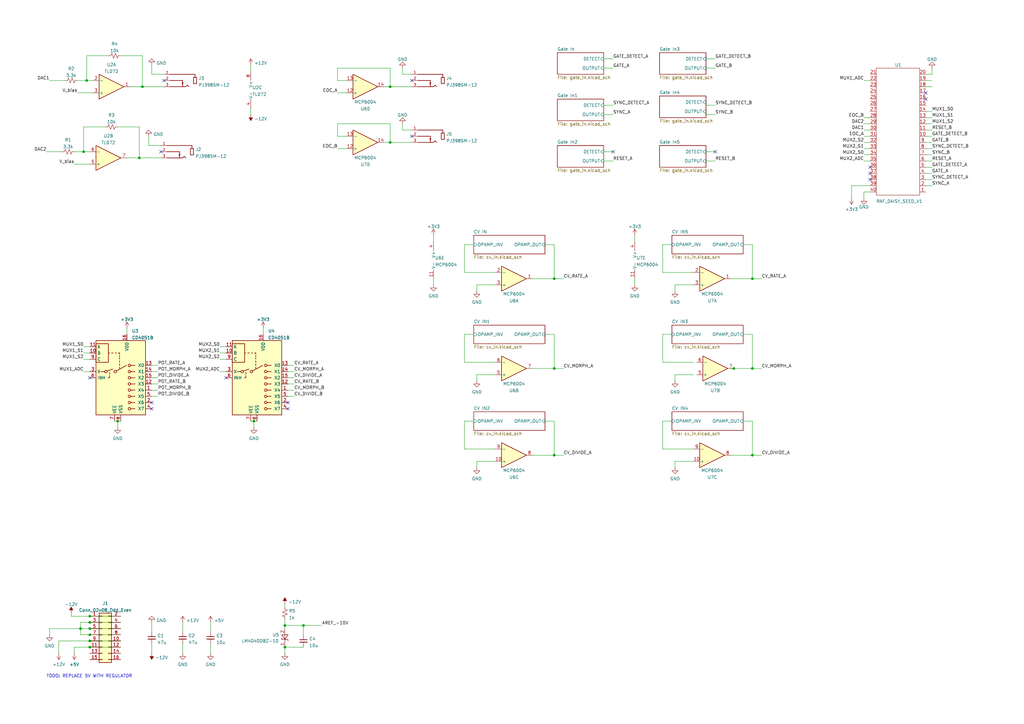
<source format=kicad_sch>
(kicad_sch (version 20211123) (generator eeschema)
  (paper "A3")
  (lib_symbols
    (symbol "Amplifier_Operational:MCP6004" (pin_names (offset 0.127))
      (property "Reference" "U" (at 0 5.08 0))
      (property "Value" "MCP6004" (at 0 -5.08 0))
      (symbol "MCP6004_1_1"
        (polyline (pts (xy -5.08 5.08) (xy 5.08 0) (xy -5.08 -5.08) (xy -5.08 5.08)) (stroke (width 0.254)) (fill (type background)))
        (pin output line (at 7.62 0 180) (length 2.54) (name "~") (number "1"))
        (pin input line (at -7.62 -2.54 0) (length 2.54) (name "-") (number "2"))
        (pin input line (at -7.62 2.54 0) (length 2.54) (name "+") (number "3"))
      )
      (symbol "MCP6004_2_1"
        (polyline (pts (xy -5.08 5.08) (xy 5.08 0) (xy -5.08 -5.08) (xy -5.08 5.08)) (stroke (width 0.254)) (fill (type background)))
        (pin input line (at -7.62 2.54 0) (length 2.54) (name "+") (number "5"))
        (pin input line (at -7.62 -2.54 0) (length 2.54) (name "-") (number "6"))
        (pin output line (at 7.62 0 180) (length 2.54) (name "~") (number "7"))
      )
      (symbol "MCP6004_3_1"
        (polyline (pts (xy -5.08 5.08) (xy 5.08 0) (xy -5.08 -5.08) (xy -5.08 5.08)) (stroke (width 0.254)) (fill (type background)))
        (pin input line (at -7.62 2.54 0) (length 2.54) (name "+") (number "10"))
        (pin output line (at 7.62 0 180) (length 2.54) (name "~") (number "8"))
        (pin input line (at -7.62 -2.54 0) (length 2.54) (name "-") (number "9"))
      )
      (symbol "MCP6004_4_1"
        (polyline (pts (xy -5.08 5.08) (xy 5.08 0) (xy -5.08 -5.08) (xy -5.08 5.08)) (stroke (width 0.254)) (fill (type background)))
        (pin input line (at -7.62 2.54 0) (length 2.54) (name "+") (number "12"))
        (pin input line (at -7.62 -2.54 0) (length 2.54) (name "-") (number "13"))
        (pin output line (at 7.62 0 180) (length 2.54) (name "~") (number "14"))
      )
      (symbol "MCP6004_5_1"
        (pin power_in line (at -2.54 -7.62 90) (length 3.81) (name "V-") (number "11"))
        (pin power_in line (at -2.54 7.62 270) (length 3.81) (name "V+") (number "4"))
      )
    )
    (symbol "Amplifier_Operational:TL072" (pin_names (offset 0.127))
      (property "Reference" "U" (at 0 5.08 0))
      (property "Value" "TL072" (at 0 -5.08 0))
      (symbol "TL072_1_1"
        (polyline (pts (xy -5.08 5.08) (xy 5.08 0) (xy -5.08 -5.08) (xy -5.08 5.08)) (stroke (width 0.254)) (fill (type background)))
        (pin output line (at 7.62 0 180) (length 2.54) (name "~") (number "1"))
        (pin input line (at -7.62 -2.54 0) (length 2.54) (name "-") (number "2"))
        (pin input line (at -7.62 2.54 0) (length 2.54) (name "+") (number "3"))
      )
      (symbol "TL072_2_1"
        (polyline (pts (xy -5.08 5.08) (xy 5.08 0) (xy -5.08 -5.08) (xy -5.08 5.08)) (stroke (width 0.254)) (fill (type background)))
        (pin input line (at -7.62 2.54 0) (length 2.54) (name "+") (number "5"))
        (pin input line (at -7.62 -2.54 0) (length 2.54) (name "-") (number "6"))
        (pin output line (at 7.62 0 180) (length 2.54) (name "~") (number "7"))
      )
      (symbol "TL072_3_1"
        (pin power_in line (at -2.54 -7.62 90) (length 3.81) (name "V-") (number "4"))
        (pin power_in line (at -2.54 7.62 270) (length 3.81) (name "V+") (number "8"))
      )
    )
    (symbol "Analog_Switch:CD4051B"
      (property "Reference" "U" (at -10.16 16.51 0))
      (property "Value" "CD4051B" (at 3.81 16.51 0))
      (symbol "CD4051B_0_1"
        (rectangle (start -10.16 6.35) (end -5.08 13.97) (stroke (width 0.254)))
        (rectangle (start -10.16 15.24) (end 10.16 -15.24) (stroke (width 0.254)) (fill (type background)))
        (circle (center -6.096 2.54) (radius 0.508) (stroke (width 0.254)))
        (circle (center -2.286 2.54) (radius 0.508) (stroke (width 0.254)))
        (polyline (pts (xy -8.128 2.54) (xy -6.604 2.54)) (stroke (width 0.254)))
        (polyline (pts (xy -5.588 2.794) (xy -3.302 3.556)) (stroke (width 0.254)))
        (polyline (pts (xy -4.572 0) (xy -5.207 0)) (stroke (width 0.254)))
        (polyline (pts (xy -4.572 0.254) (xy -4.572 0.889)) (stroke (width 0.254)))
        (polyline (pts (xy -4.572 1.524) (xy -4.572 2.159)) (stroke (width 0.254)))
        (polyline (pts (xy -4.572 10.16) (xy -5.08 10.16)) (stroke (width 0.254)))
        (polyline (pts (xy -3.81 10.16) (xy -3.175 10.16)) (stroke (width 0.254)))
        (polyline (pts (xy -1.778 2.794) (xy 2.286 5.08)) (stroke (width 0.254)))
        (polyline (pts (xy -1.778 10.16) (xy -2.286 10.16)) (stroke (width 0.254)))
        (polyline (pts (xy -0.508 3.81) (xy -0.508 4.445)) (stroke (width 0.254)))
        (polyline (pts (xy -0.508 5.08) (xy -0.508 5.715)) (stroke (width 0.254)))
        (polyline (pts (xy -0.508 6.35) (xy -0.508 6.985)) (stroke (width 0.254)))
        (polyline (pts (xy -0.508 7.62) (xy -0.508 8.255)) (stroke (width 0.254)))
        (polyline (pts (xy -0.508 8.636) (xy -0.508 9.144)) (stroke (width 0.254)))
        (polyline (pts (xy -0.508 9.652) (xy -0.508 10.16)) (stroke (width 0.254)))
        (polyline (pts (xy -0.508 10.16) (xy -1.016 10.16)) (stroke (width 0.254)))
        (polyline (pts (xy 4.064 -12.7) (xy 5.842 -12.7)) (stroke (width 0.254)))
        (polyline (pts (xy 4.064 -10.16) (xy 5.842 -10.16)) (stroke (width 0.254)))
        (polyline (pts (xy 4.064 -7.62) (xy 5.842 -7.62)) (stroke (width 0.254)))
        (polyline (pts (xy 4.064 -5.08) (xy 5.842 -5.08)) (stroke (width 0.254)))
        (polyline (pts (xy 4.064 -2.54) (xy 5.842 -2.54)) (stroke (width 0.254)))
        (polyline (pts (xy 4.064 0) (xy 5.842 0)) (stroke (width 0.254)))
        (polyline (pts (xy 4.064 2.54) (xy 5.842 2.54)) (stroke (width 0.254)))
        (polyline (pts (xy 4.064 5.08) (xy 5.842 5.08)) (stroke (width 0.254)))
        (circle (center 3.556 -12.7) (radius 0.508) (stroke (width 0.254)))
        (circle (center 3.556 -10.16) (radius 0.508) (stroke (width 0.254)))
        (circle (center 3.556 -7.62) (radius 0.508) (stroke (width 0.254)))
        (circle (center 3.556 -5.08) (radius 0.508) (stroke (width 0.254)))
        (circle (center 3.556 -2.54) (radius 0.508) (stroke (width 0.254)))
        (circle (center 3.556 0) (radius 0.508) (stroke (width 0.254)))
        (circle (center 3.556 2.54) (radius 0.508) (stroke (width 0.254)))
        (circle (center 3.556 5.08) (radius 0.508) (stroke (width 0.254)))
      )
      (symbol "CD4051B_1_1"
        (pin bidirectional line (at 12.7 -5.08 180) (length 2.54) (name "X4") (number "1"))
        (pin input line (at -12.7 10.16 0) (length 2.54) (name "B") (number "10"))
        (pin input line (at -12.7 12.7 0) (length 2.54) (name "A") (number "11"))
        (pin bidirectional line (at 12.7 -2.54 180) (length 2.54) (name "X3") (number "12"))
        (pin bidirectional line (at 12.7 5.08 180) (length 2.54) (name "X0") (number "13"))
        (pin bidirectional line (at 12.7 2.54 180) (length 2.54) (name "X1") (number "14"))
        (pin bidirectional line (at 12.7 0 180) (length 2.54) (name "X2") (number "15"))
        (pin power_in line (at 2.54 17.78 270) (length 2.54) (name "VDD") (number "16"))
        (pin bidirectional line (at 12.7 -10.16 180) (length 2.54) (name "X6") (number "2"))
        (pin bidirectional line (at -12.7 2.54 0) (length 2.54) (name "X") (number "3"))
        (pin bidirectional line (at 12.7 -12.7 180) (length 2.54) (name "X7") (number "4"))
        (pin bidirectional line (at 12.7 -7.62 180) (length 2.54) (name "X5") (number "5"))
        (pin input line (at -12.7 0 0) (length 2.54) (name "INH") (number "6"))
        (pin power_in line (at -2.54 -17.78 90) (length 2.54) (name "VEE") (number "7"))
        (pin power_in line (at 0 -17.78 90) (length 2.54) (name "VSS") (number "8"))
        (pin input line (at -12.7 7.62 0) (length 2.54) (name "C") (number "9"))
      )
    )
    (symbol "Connector_Generic:Conn_02x08_Odd_Even" (pin_names (offset 1.016) hide)
      (property "Reference" "J" (at 1.27 10.16 0))
      (property "Value" "Conn_02x08_Odd_Even" (at 1.27 -12.7 0))
      (symbol "Conn_02x08_Odd_Even_1_1"
        (rectangle (start -1.27 -10.033) (end 0 -10.287) (stroke (width 0.1524)))
        (rectangle (start -1.27 -7.493) (end 0 -7.747) (stroke (width 0.1524)))
        (rectangle (start -1.27 -4.953) (end 0 -5.207) (stroke (width 0.1524)))
        (rectangle (start -1.27 -2.413) (end 0 -2.667) (stroke (width 0.1524)))
        (rectangle (start -1.27 0.127) (end 0 -0.127) (stroke (width 0.1524)))
        (rectangle (start -1.27 2.667) (end 0 2.413) (stroke (width 0.1524)))
        (rectangle (start -1.27 5.207) (end 0 4.953) (stroke (width 0.1524)))
        (rectangle (start -1.27 7.747) (end 0 7.493) (stroke (width 0.1524)))
        (rectangle (start -1.27 8.89) (end 3.81 -11.43) (stroke (width 0.254)) (fill (type background)))
        (rectangle (start 3.81 -10.033) (end 2.54 -10.287) (stroke (width 0.1524)))
        (rectangle (start 3.81 -7.493) (end 2.54 -7.747) (stroke (width 0.1524)))
        (rectangle (start 3.81 -4.953) (end 2.54 -5.207) (stroke (width 0.1524)))
        (rectangle (start 3.81 -2.413) (end 2.54 -2.667) (stroke (width 0.1524)))
        (rectangle (start 3.81 0.127) (end 2.54 -0.127) (stroke (width 0.1524)))
        (rectangle (start 3.81 2.667) (end 2.54 2.413) (stroke (width 0.1524)))
        (rectangle (start 3.81 5.207) (end 2.54 4.953) (stroke (width 0.1524)))
        (rectangle (start 3.81 7.747) (end 2.54 7.493) (stroke (width 0.1524)))
        (pin passive line (at -5.08 7.62 0) (length 3.81) (name "Pin_1") (number "1"))
        (pin passive line (at 7.62 -2.54 180) (length 3.81) (name "Pin_10") (number "10"))
        (pin passive line (at -5.08 -5.08 0) (length 3.81) (name "Pin_11") (number "11"))
        (pin passive line (at 7.62 -5.08 180) (length 3.81) (name "Pin_12") (number "12"))
        (pin passive line (at -5.08 -7.62 0) (length 3.81) (name "Pin_13") (number "13"))
        (pin passive line (at 7.62 -7.62 180) (length 3.81) (name "Pin_14") (number "14"))
        (pin passive line (at -5.08 -10.16 0) (length 3.81) (name "Pin_15") (number "15"))
        (pin passive line (at 7.62 -10.16 180) (length 3.81) (name "Pin_16") (number "16"))
        (pin passive line (at 7.62 7.62 180) (length 3.81) (name "Pin_2") (number "2"))
        (pin passive line (at -5.08 5.08 0) (length 3.81) (name "Pin_3") (number "3"))
        (pin passive line (at 7.62 5.08 180) (length 3.81) (name "Pin_4") (number "4"))
        (pin passive line (at -5.08 2.54 0) (length 3.81) (name "Pin_5") (number "5"))
        (pin passive line (at 7.62 2.54 180) (length 3.81) (name "Pin_6") (number "6"))
        (pin passive line (at -5.08 0 0) (length 3.81) (name "Pin_7") (number "7"))
        (pin passive line (at 7.62 0 180) (length 3.81) (name "Pin_8") (number "8"))
        (pin passive line (at -5.08 -2.54 0) (length 3.81) (name "Pin_9") (number "9"))
      )
    )
    (symbol "Device:C_Small" (pin_numbers hide) (pin_names (offset 0.254) hide)
      (property "Reference" "C" (at 0.254 1.778 0))
      (property "Value" "C_Small" (at 0.254 -2.032 0))
      (symbol "C_Small_0_1"
        (polyline (pts (xy -1.524 -0.508) (xy 1.524 -0.508)) (stroke (width 0.3302)))
        (polyline (pts (xy -1.524 0.508) (xy 1.524 0.508)) (stroke (width 0.3048)))
      )
      (symbol "C_Small_1_1"
        (pin passive line (at 0 2.54 270) (length 2.032) (name "~") (number "1"))
        (pin passive line (at 0 -2.54 90) (length 2.032) (name "~") (number "2"))
      )
    )
    (symbol "Device:R_Small_US" (pin_numbers hide) (pin_names (offset 0.254) hide)
      (property "Reference" "R" (at 0.762 0.508 0))
      (property "Value" "R_Small_US" (at 0.762 -1.016 0))
      (symbol "R_Small_US_1_1"
        (polyline (pts (xy 0 0) (xy 1.016 -0.381) (xy 0 -0.762) (xy -1.016 -1.143) (xy 0 -1.524)))
        (polyline (pts (xy 0 1.524) (xy 1.016 1.143) (xy 0 0.762) (xy -1.016 0.381) (xy 0 0)))
        (pin passive line (at 0 2.54 270) (length 1.016) (name "~") (number "1"))
        (pin passive line (at 0 -2.54 90) (length 1.016) (name "~") (number "2"))
      )
    )
    (symbol "PJ398SM-12:PJ398SM-12" (pin_names (offset 1.016) hide)
      (property "Reference" "J" (at -5.08 2.54 0))
      (property "Value" "PJ398SM-12" (at -5.08 -8.89 0))
      (symbol "PJ398SM-12_0_0"
        (polyline (pts (xy -5.715 -3.81) (xy -5.715 -1.27)) (stroke (width 0.254)))
        (polyline (pts (xy -5.715 -1.27) (xy -5.08 -1.27)) (stroke (width 0.254)))
        (polyline (pts (xy -5.08 -1.27) (xy -4.445 -1.27)) (stroke (width 0.254)))
        (polyline (pts (xy -5.08 0) (xy -5.08 -1.27)) (stroke (width 0.254)))
        (polyline (pts (xy -4.445 -3.81) (xy -5.715 -3.81)) (stroke (width 0.254)))
        (polyline (pts (xy -4.445 -1.27) (xy -4.445 -3.81)) (stroke (width 0.254)))
        (polyline (pts (xy -1.905 -4.445) (xy -2.54 -5.08)) (stroke (width 0.254)))
        (polyline (pts (xy -1.27 -5.08) (xy -1.905 -4.445)) (stroke (width 0.254)))
        (polyline (pts (xy 0 -2.54) (xy 0 -5.08)) (stroke (width 0.254)))
        (polyline (pts (xy 0 -2.54) (xy 5.08 -2.54)) (stroke (width 0.254)))
        (polyline (pts (xy 5.08 -5.08) (xy -1.27 -5.08)) (stroke (width 0.254)))
        (polyline (pts (xy 5.08 0) (xy -5.08 0)) (stroke (width 0.254)))
        (polyline (pts (xy 0 -4.318) (xy 0.254 -3.556) (xy -0.254 -3.556)) (stroke (width 0.254)) (fill (type background)))
        (pin passive line (at 7.62 0 180) (length 2.54) (name "~") (number "1"))
        (pin passive line (at 7.62 -2.54 180) (length 2.54) (name "~") (number "2"))
        (pin passive line (at 7.62 -5.08 180) (length 2.54) (name "~") (number "3"))
      )
    )
    (symbol "Reference_Voltage:LM4040DBZ-10" (pin_names (offset 0.0254) hide)
      (property "Reference" "U" (at 0 2.54 0))
      (property "Value" "LM4040DBZ-10" (at 0 -3.175 0))
      (symbol "LM4040DBZ-10_0_1"
        (polyline (pts (xy -1.27 0) (xy 0 0) (xy 1.27 0)))
        (polyline (pts (xy -1.27 -1.27) (xy 0.635 0) (xy -1.27 1.27) (xy -1.27 -1.27)) (stroke (width 0.2032)))
        (polyline (pts (xy 0 -1.27) (xy 0.635 -1.27) (xy 0.635 1.27) (xy 1.27 1.27)) (stroke (width 0.2032)))
      )
      (symbol "LM4040DBZ-10_1_1"
        (pin passive line (at 3.81 0 180) (length 2.54) (name "K") (number "1"))
        (pin passive line (at -3.81 0 0) (length 2.54) (name "A") (number "2"))
      )
    )
    (symbol "lowstepper_internal_lib:RAF_DAISY_SEED_V1"
      (property "Reference" "U" (at 0 27.94 0))
      (property "Value" "RAF_DAISY_SEED_V1" (at 0 -27.94 0))
      (symbol "RAF_DAISY_SEED_V1_0_1"
        (rectangle (start -8.89 26.67) (end 8.89 -25.4) (stroke (width 0.1524)))
      )
      (symbol "RAF_DAISY_SEED_V1_1_1"
        (pin unspecified line (at 11.43 -24.13 180) (length 2.54) (name "") (number "1"))
        (pin unspecified line (at 11.43 -1.27 180) (length 2.54) (name "") (number "10"))
        (pin unspecified line (at 11.43 1.27 180) (length 2.54) (name "") (number "11"))
        (pin unspecified line (at 11.43 3.81 180) (length 2.54) (name "") (number "12"))
        (pin unspecified line (at 11.43 6.35 180) (length 2.54) (name "") (number "13"))
        (pin unspecified line (at 11.43 8.89 180) (length 2.54) (name "") (number "14"))
        (pin unspecified line (at 11.43 11.43 180) (length 2.54) (name "") (number "15"))
        (pin unspecified line (at 11.43 13.97 180) (length 2.54) (name "") (number "16"))
        (pin unspecified line (at 11.43 16.51 180) (length 2.54) (name "") (number "17"))
        (pin unspecified line (at 11.43 19.05 180) (length 2.54) (name "") (number "18"))
        (pin unspecified line (at 11.43 21.59 180) (length 2.54) (name "") (number "19"))
        (pin unspecified line (at 11.43 -21.59 180) (length 2.54) (name "") (number "2"))
        (pin unspecified line (at 11.43 24.13 180) (length 2.54) (name "") (number "20"))
        (pin unspecified line (at -11.43 24.13 0) (length 2.54) (name "") (number "21"))
        (pin unspecified line (at -11.43 21.59 0) (length 2.54) (name "") (number "22"))
        (pin unspecified line (at -11.43 19.05 0) (length 2.54) (name "") (number "23"))
        (pin unspecified line (at -11.43 16.51 0) (length 2.54) (name "") (number "24"))
        (pin unspecified line (at -11.43 13.97 0) (length 2.54) (name "") (number "25"))
        (pin unspecified line (at -11.43 11.43 0) (length 2.54) (name "") (number "26"))
        (pin unspecified line (at -11.43 8.89 0) (length 2.54) (name "") (number "27"))
        (pin unspecified line (at -11.43 6.35 0) (length 2.54) (name "") (number "28"))
        (pin unspecified line (at -11.43 3.81 0) (length 2.54) (name "") (number "29"))
        (pin unspecified line (at 11.43 -19.05 180) (length 2.54) (name "") (number "3"))
        (pin unspecified line (at -11.43 1.27 0) (length 2.54) (name "") (number "30"))
        (pin unspecified line (at -11.43 -1.27 0) (length 2.54) (name "") (number "31"))
        (pin unspecified line (at -11.43 -3.81 0) (length 2.54) (name "") (number "32"))
        (pin unspecified line (at -11.43 -6.35 0) (length 2.54) (name "") (number "33"))
        (pin unspecified line (at -11.43 -8.89 0) (length 2.54) (name "") (number "34"))
        (pin unspecified line (at -11.43 -11.43 0) (length 2.54) (name "") (number "35"))
        (pin unspecified line (at -11.43 -13.97 0) (length 2.54) (name "") (number "36"))
        (pin unspecified line (at -11.43 -16.51 0) (length 2.54) (name "") (number "37"))
        (pin unspecified line (at -11.43 -19.05 0) (length 2.54) (name "") (number "38"))
        (pin unspecified line (at -11.43 -21.59 0) (length 2.54) (name "") (number "39"))
        (pin unspecified line (at 11.43 -16.51 180) (length 2.54) (name "") (number "4"))
        (pin unspecified line (at -11.43 -24.13 0) (length 2.54) (name "") (number "40"))
        (pin unspecified line (at 11.43 -13.97 180) (length 2.54) (name "") (number "5"))
        (pin unspecified line (at 11.43 -11.43 180) (length 2.54) (name "") (number "6"))
        (pin unspecified line (at 11.43 -8.89 180) (length 2.54) (name "") (number "7"))
        (pin unspecified line (at 11.43 -6.35 180) (length 2.54) (name "") (number "8"))
        (pin unspecified line (at 11.43 -3.81 180) (length 2.54) (name "") (number "9"))
      )
    )
    (symbol "power:+12V" (power) (pin_names (offset 0))
      (property "Value" "+12V" (at 0 3.556 0))
      (symbol "+12V_0_1"
        (polyline (pts (xy -0.762 1.27) (xy 0 2.54)))
        (polyline (pts (xy 0 0) (xy 0 2.54)))
        (polyline (pts (xy 0 2.54) (xy 0.762 1.27)))
      )
      (symbol "+12V_1_1"
        (pin power_in line (at 0 0 90) (length 0) hide (name "+12V") (number "1"))
      )
    )
    (symbol "power:+3V3" (power) (pin_names (offset 0))
      (property "Value" "+3V3" (at 0 3.556 0))
      (symbol "+3V3_0_1"
        (polyline (pts (xy -0.762 1.27) (xy 0 2.54)))
        (polyline (pts (xy 0 0) (xy 0 2.54)))
        (polyline (pts (xy 0 2.54) (xy 0.762 1.27)))
      )
      (symbol "+3V3_1_1"
        (pin power_in line (at 0 0 90) (length 0) hide (name "+3V3") (number "1"))
      )
    )
    (symbol "power:+5V" (power) (pin_names (offset 0))
      (property "Value" "+5V" (at 0 3.556 0))
      (symbol "+5V_0_1"
        (polyline (pts (xy -0.762 1.27) (xy 0 2.54)))
        (polyline (pts (xy 0 0) (xy 0 2.54)))
        (polyline (pts (xy 0 2.54) (xy 0.762 1.27)))
      )
      (symbol "+5V_1_1"
        (pin power_in line (at 0 0 90) (length 0) hide (name "+5V") (number "1"))
      )
    )
    (symbol "power:-12V" (power) (pin_names (offset 0))
      (property "Value" "-12V" (at 0 3.81 0))
      (symbol "-12V_0_0"
        (pin power_in line (at 0 0 90) (length 0) hide (name "-12V") (number "1"))
      )
      (symbol "-12V_0_1"
        (polyline (pts (xy 0 0) (xy 0 1.27) (xy 0.762 1.27) (xy 0 2.54) (xy -0.762 1.27) (xy 0 1.27)) (fill (type outline)))
      )
    )
    (symbol "power:GND" (power) (pin_names (offset 0))
      (property "Value" "GND" (at 0 -3.81 0))
      (symbol "GND_0_1"
        (polyline (pts (xy 0 0) (xy 0 -1.27) (xy 1.27 -1.27) (xy 0 -2.54) (xy -1.27 -1.27) (xy 0 -1.27)))
      )
      (symbol "GND_1_1"
        (pin power_in line (at 0 0 270) (length 0) hide (name "GND") (number "1"))
      )
    )
  )
  (junction (at 227.33 186.69))
  (junction (at 35.56 33.02))
  (junction (at 33.02 257.81))
  (junction (at 116.84 265.43))
  (junction (at 308.61 151.13))
  (junction (at 308.61 114.3))
  (junction (at 48.26 172.72))
  (junction (at 124.46 256.54))
  (junction (at 57.15 64.77))
  (junction (at 58.42 35.56))
  (junction (at 104.14 172.72))
  (junction (at 227.33 114.3))
  (junction (at 36.83 260.35))
  (junction (at 34.29 62.23))
  (junction (at 160.02 58.42))
  (junction (at 308.61 186.69))
  (junction (at 160.02 35.56))
  (junction (at 227.33 151.13))
  (junction (at 36.83 257.81))
  (junction (at 36.83 262.89))
  (junction (at 300.99 151.13))
  (junction (at 36.83 265.43))
  (junction (at 116.84 256.54))
  (junction (at 36.83 252.73))
  (junction (at 36.83 255.27))
  (no_connect (at 379.73 40.64))
  (no_connect (at 356.87 68.58))
  (no_connect (at 251.46 62.23))
  (no_connect (at 66.04 62.23))
  (no_connect (at 356.87 73.66))
  (no_connect (at 67.31 33.02))
  (no_connect (at 356.87 71.12))
  (no_connect (at 36.83 154.94))
  (no_connect (at 293.37 62.23))
  (no_connect (at 118.11 165.1))
  (no_connect (at 62.23 165.1))
  (no_connect (at 92.71 154.94))
  (no_connect (at 168.91 33.02))
  (no_connect (at 168.91 55.88))
  (no_connect (at 62.23 167.64))
  (no_connect (at 379.73 38.1))
  (no_connect (at 118.11 167.64))
  (wire (pts (xy 247.65 66.04) (xy 251.46 66.04)))
  (wire (pts (xy 120.65 160.02) (xy 118.11 160.02)))
  (wire (pts (xy 116.84 265.43) (xy 116.84 267.97)))
  (wire (pts (xy 168.91 53.34) (xy 165.1 53.34)))
  (wire (pts (xy 227.33 151.13) (xy 231.14 151.13)))
  (wire (pts (xy 289.56 24.13) (xy 293.37 24.13)))
  (wire (pts (xy 276.86 191.77) (xy 276.86 189.23)))
  (wire (pts (xy 49.53 22.86) (xy 58.42 22.86)))
  (wire (pts (xy 379.73 35.56) (xy 382.27 35.56)))
  (wire (pts (xy 138.43 33.02) (xy 138.43 27.94)))
  (wire (pts (xy 195.58 189.23) (xy 203.2 189.23)))
  (wire (pts (xy 86.36 264.16) (xy 86.36 267.97)))
  (wire (pts (xy 308.61 137.16) (xy 304.8 137.16)))
  (wire (pts (xy 36.83 262.89) (xy 49.53 262.89)))
  (wire (pts (xy 356.87 55.88) (xy 354.33 55.88)))
  (wire (pts (xy 118.11 162.56) (xy 120.65 162.56)))
  (wire (pts (xy 31.75 33.02) (xy 35.56 33.02)))
  (wire (pts (xy 349.25 76.2) (xy 349.25 81.28)))
  (wire (pts (xy 160.02 58.42) (xy 168.91 58.42)))
  (wire (pts (xy 92.71 152.4) (xy 90.17 152.4)))
  (wire (pts (xy 227.33 151.13) (xy 227.33 137.16)))
  (wire (pts (xy 382.27 50.8) (xy 379.73 50.8)))
  (wire (pts (xy 289.56 66.04) (xy 293.37 66.04)))
  (wire (pts (xy 195.58 116.84) (xy 203.2 116.84)))
  (wire (pts (xy 157.48 58.42) (xy 160.02 58.42)))
  (wire (pts (xy 379.73 68.58) (xy 382.27 68.58)))
  (wire (pts (xy 195.58 153.67) (xy 203.2 153.67)))
  (wire (pts (xy 247.65 24.13) (xy 251.46 24.13)))
  (wire (pts (xy 35.56 22.86) (xy 44.45 22.86)))
  (wire (pts (xy 227.33 114.3) (xy 231.14 114.3)))
  (wire (pts (xy 289.56 43.18) (xy 293.37 43.18)))
  (wire (pts (xy 62.23 154.94) (xy 64.77 154.94)))
  (wire (pts (xy 33.02 257.81) (xy 36.83 257.81)))
  (wire (pts (xy 218.44 151.13) (xy 227.33 151.13)))
  (wire (pts (xy 379.73 63.5) (xy 382.27 63.5)))
  (wire (pts (xy 190.5 148.59) (xy 203.2 148.59)))
  (wire (pts (xy 74.93 264.16) (xy 74.93 267.97)))
  (wire (pts (xy 382.27 45.72) (xy 379.73 45.72)))
  (wire (pts (xy 102.87 44.45) (xy 102.87 46.99)))
  (wire (pts (xy 92.71 144.78) (xy 90.17 144.78)))
  (wire (pts (xy 138.43 27.94) (xy 160.02 27.94)))
  (wire (pts (xy 227.33 186.69) (xy 227.33 172.72)))
  (wire (pts (xy 36.83 257.81) (xy 49.53 257.81)))
  (wire (pts (xy 276.86 153.67) (xy 284.48 153.67)))
  (wire (pts (xy 62.23 30.48) (xy 67.31 30.48)))
  (wire (pts (xy 356.87 60.96) (xy 354.33 60.96)))
  (wire (pts (xy 157.48 35.56) (xy 160.02 35.56)))
  (wire (pts (xy 227.33 186.69) (xy 231.14 186.69)))
  (wire (pts (xy 142.24 33.02) (xy 138.43 33.02)))
  (wire (pts (xy 271.78 184.15) (xy 284.48 184.15)))
  (wire (pts (xy 177.8 96.52) (xy 177.8 99.06)))
  (wire (pts (xy 289.56 62.23) (xy 293.37 62.23)))
  (wire (pts (xy 382.27 33.02) (xy 379.73 33.02)))
  (wire (pts (xy 64.77 152.4) (xy 62.23 152.4)))
  (wire (pts (xy 271.78 137.16) (xy 271.78 148.59)))
  (wire (pts (xy 104.14 172.72) (xy 104.14 175.26)))
  (wire (pts (xy 29.21 252.73) (xy 36.83 252.73)))
  (wire (pts (xy 247.65 46.99) (xy 251.46 46.99)))
  (wire (pts (xy 142.24 55.88) (xy 138.43 55.88)))
  (wire (pts (xy 260.35 116.84) (xy 260.35 114.3)))
  (wire (pts (xy 289.56 46.99) (xy 293.37 46.99)))
  (wire (pts (xy 30.48 265.43) (xy 36.83 265.43)))
  (wire (pts (xy 165.1 50.8) (xy 165.1 53.34)))
  (wire (pts (xy 124.46 256.54) (xy 124.46 260.35)))
  (wire (pts (xy 356.87 50.8) (xy 354.33 50.8)))
  (wire (pts (xy 195.58 156.21) (xy 195.58 153.67)))
  (wire (pts (xy 354.33 58.42) (xy 356.87 58.42)))
  (wire (pts (xy 247.65 27.94) (xy 251.46 27.94)))
  (wire (pts (xy 379.73 53.34) (xy 382.27 53.34)))
  (wire (pts (xy 271.78 148.59) (xy 284.48 148.59)))
  (wire (pts (xy 53.34 35.56) (xy 58.42 35.56)))
  (wire (pts (xy 289.56 27.94) (xy 293.37 27.94)))
  (wire (pts (xy 116.84 265.43) (xy 124.46 265.43)))
  (wire (pts (xy 356.87 76.2) (xy 349.25 76.2)))
  (wire (pts (xy 354.33 63.5) (xy 356.87 63.5)))
  (wire (pts (xy 308.61 100.33) (xy 304.8 100.33)))
  (wire (pts (xy 107.95 134.62) (xy 107.95 137.16)))
  (wire (pts (xy 60.96 59.69) (xy 66.04 59.69)))
  (wire (pts (xy 57.15 52.07) (xy 57.15 64.77)))
  (wire (pts (xy 354.33 53.34) (xy 356.87 53.34)))
  (wire (pts (xy 308.61 186.69) (xy 308.61 172.72)))
  (wire (pts (xy 218.44 186.69) (xy 227.33 186.69)))
  (wire (pts (xy 36.83 144.78) (xy 34.29 144.78)))
  (wire (pts (xy 260.35 96.52) (xy 260.35 99.06)))
  (wire (pts (xy 308.61 151.13) (xy 312.42 151.13)))
  (wire (pts (xy 86.36 255.27) (xy 86.36 259.08)))
  (wire (pts (xy 160.02 50.8) (xy 160.02 58.42)))
  (wire (pts (xy 275.59 137.16) (xy 271.78 137.16)))
  (wire (pts (xy 57.15 64.77) (xy 66.04 64.77)))
  (wire (pts (xy 271.78 172.72) (xy 271.78 184.15)))
  (wire (pts (xy 138.43 38.1) (xy 142.24 38.1)))
  (wire (pts (xy 247.65 62.23) (xy 251.46 62.23)))
  (wire (pts (xy 48.26 172.72) (xy 49.53 172.72)))
  (wire (pts (xy 52.07 64.77) (xy 57.15 64.77)))
  (wire (pts (xy 34.29 62.23) (xy 36.83 62.23)))
  (wire (pts (xy 227.33 137.16) (xy 223.52 137.16)))
  (wire (pts (xy 29.21 252.73) (xy 29.21 251.46)))
  (wire (pts (xy 52.07 134.62) (xy 52.07 137.16)))
  (wire (pts (xy 20.32 257.81) (xy 33.02 257.81)))
  (wire (pts (xy 271.78 100.33) (xy 271.78 111.76)))
  (wire (pts (xy 227.33 114.3) (xy 227.33 100.33)))
  (wire (pts (xy 116.84 256.54) (xy 116.84 257.81)))
  (wire (pts (xy 165.1 27.94) (xy 165.1 30.48)))
  (wire (pts (xy 116.84 247.65) (xy 116.84 248.92)))
  (wire (pts (xy 308.61 186.69) (xy 312.42 186.69)))
  (wire (pts (xy 33.02 255.27) (xy 33.02 257.81)))
  (wire (pts (xy 194.31 100.33) (xy 190.5 100.33)))
  (wire (pts (xy 354.33 78.74) (xy 354.33 81.28)))
  (wire (pts (xy 90.17 142.24) (xy 92.71 142.24)))
  (wire (pts (xy 90.17 147.32) (xy 92.71 147.32)))
  (wire (pts (xy 379.73 71.12) (xy 382.27 71.12)))
  (wire (pts (xy 58.42 22.86) (xy 58.42 35.56)))
  (wire (pts (xy 48.26 172.72) (xy 48.26 175.26)))
  (wire (pts (xy 195.58 191.77) (xy 195.58 189.23)))
  (wire (pts (xy 382.27 30.48) (xy 382.27 27.94)))
  (wire (pts (xy 308.61 172.72) (xy 304.8 172.72)))
  (wire (pts (xy 36.83 265.43) (xy 49.53 265.43)))
  (wire (pts (xy 190.5 184.15) (xy 203.2 184.15)))
  (wire (pts (xy 118.11 154.94) (xy 120.65 154.94)))
  (wire (pts (xy 35.56 33.02) (xy 38.1 33.02)))
  (wire (pts (xy 356.87 78.74) (xy 354.33 78.74)))
  (wire (pts (xy 116.84 256.54) (xy 124.46 256.54)))
  (wire (pts (xy 102.87 172.72) (xy 104.14 172.72)))
  (wire (pts (xy 276.86 189.23) (xy 284.48 189.23)))
  (wire (pts (xy 168.91 30.48) (xy 165.1 30.48)))
  (wire (pts (xy 271.78 111.76) (xy 284.48 111.76)))
  (wire (pts (xy 118.11 157.48) (xy 120.65 157.48)))
  (wire (pts (xy 379.73 73.66) (xy 382.27 73.66)))
  (wire (pts (xy 308.61 114.3) (xy 308.61 100.33)))
  (wire (pts (xy 227.33 100.33) (xy 223.52 100.33)))
  (wire (pts (xy 33.02 260.35) (xy 36.83 260.35)))
  (wire (pts (xy 34.29 147.32) (xy 36.83 147.32)))
  (wire (pts (xy 194.31 137.16) (xy 190.5 137.16)))
  (wire (pts (xy 124.46 256.54) (xy 132.08 256.54)))
  (wire (pts (xy 299.72 151.13) (xy 300.99 151.13)))
  (wire (pts (xy 177.8 116.84) (xy 177.8 114.3)))
  (wire (pts (xy 36.83 260.35) (xy 49.53 260.35)))
  (wire (pts (xy 116.84 254) (xy 116.84 256.54)))
  (wire (pts (xy 190.5 172.72) (xy 190.5 184.15)))
  (wire (pts (xy 160.02 35.56) (xy 168.91 35.56)))
  (wire (pts (xy 138.43 55.88) (xy 138.43 50.8)))
  (wire (pts (xy 379.73 55.88) (xy 382.27 55.88)))
  (wire (pts (xy 46.99 172.72) (xy 48.26 172.72)))
  (wire (pts (xy 34.29 62.23) (xy 34.29 52.07)))
  (wire (pts (xy 102.87 26.67) (xy 102.87 29.21)))
  (wire (pts (xy 120.65 152.4) (xy 118.11 152.4)))
  (wire (pts (xy 31.75 38.1) (xy 38.1 38.1)))
  (wire (pts (xy 275.59 100.33) (xy 271.78 100.33)))
  (wire (pts (xy 30.48 267.97) (xy 30.48 265.43)))
  (wire (pts (xy 379.73 58.42) (xy 382.27 58.42)))
  (wire (pts (xy 160.02 27.94) (xy 160.02 35.56)))
  (wire (pts (xy 48.26 52.07) (xy 57.15 52.07)))
  (wire (pts (xy 299.72 114.3) (xy 308.61 114.3)))
  (wire (pts (xy 60.96 55.88) (xy 60.96 59.69)))
  (wire (pts (xy 379.73 66.04) (xy 382.27 66.04)))
  (wire (pts (xy 62.23 157.48) (xy 64.77 157.48)))
  (wire (pts (xy 276.86 119.38) (xy 276.86 116.84)))
  (wire (pts (xy 62.23 255.27) (xy 62.23 259.08)))
  (wire (pts (xy 138.43 50.8) (xy 160.02 50.8)))
  (wire (pts (xy 247.65 43.18) (xy 251.46 43.18)))
  (wire (pts (xy 118.11 149.86) (xy 120.65 149.86)))
  (wire (pts (xy 356.87 66.04) (xy 354.33 66.04)))
  (wire (pts (xy 20.32 260.35) (xy 20.32 257.81)))
  (wire (pts (xy 36.83 152.4) (xy 34.29 152.4)))
  (wire (pts (xy 34.29 142.24) (xy 36.83 142.24)))
  (wire (pts (xy 62.23 264.16) (xy 62.23 267.97)))
  (wire (pts (xy 36.83 255.27) (xy 49.53 255.27)))
  (wire (pts (xy 62.23 149.86) (xy 64.77 149.86)))
  (wire (pts (xy 227.33 172.72) (xy 223.52 172.72)))
  (wire (pts (xy 194.31 172.72) (xy 190.5 172.72)))
  (wire (pts (xy 33.02 255.27) (xy 36.83 255.27)))
  (wire (pts (xy 35.56 33.02) (xy 35.56 22.86)))
  (wire (pts (xy 300.99 151.13) (xy 308.61 151.13)))
  (wire (pts (xy 308.61 114.3) (xy 312.42 114.3)))
  (wire (pts (xy 299.72 186.69) (xy 308.61 186.69)))
  (wire (pts (xy 276.86 156.21) (xy 276.86 153.67)))
  (wire (pts (xy 138.43 60.96) (xy 142.24 60.96)))
  (wire (pts (xy 34.29 52.07) (xy 43.18 52.07)))
  (wire (pts (xy 379.73 76.2) (xy 382.27 76.2)))
  (wire (pts (xy 218.44 114.3) (xy 227.33 114.3)))
  (wire (pts (xy 74.93 255.27) (xy 74.93 259.08)))
  (wire (pts (xy 379.73 60.96) (xy 382.27 60.96)))
  (wire (pts (xy 308.61 151.13) (xy 308.61 137.16)))
  (wire (pts (xy 379.73 30.48) (xy 382.27 30.48)))
  (wire (pts (xy 24.13 262.89) (xy 24.13 267.97)))
  (wire (pts (xy 30.48 67.31) (xy 36.83 67.31)))
  (wire (pts (xy 62.23 162.56) (xy 64.77 162.56)))
  (wire (pts (xy 379.73 48.26) (xy 382.27 48.26)))
  (wire (pts (xy 276.86 116.84) (xy 284.48 116.84)))
  (wire (pts (xy 354.33 48.26) (xy 356.87 48.26)))
  (wire (pts (xy 36.83 252.73) (xy 49.53 252.73)))
  (wire (pts (xy 36.83 262.89) (xy 24.13 262.89)))
  (wire (pts (xy 33.02 257.81) (xy 33.02 260.35)))
  (wire (pts (xy 275.59 172.72) (xy 271.78 172.72)))
  (wire (pts (xy 190.5 111.76) (xy 203.2 111.76)))
  (wire (pts (xy 20.32 33.02) (xy 26.67 33.02)))
  (wire (pts (xy 64.77 160.02) (xy 62.23 160.02)))
  (wire (pts (xy 190.5 137.16) (xy 190.5 148.59)))
  (wire (pts (xy 190.5 100.33) (xy 190.5 111.76)))
  (wire (pts (xy 19.05 62.23) (xy 25.4 62.23)))
  (wire (pts (xy 104.14 172.72) (xy 105.41 172.72)))
  (wire (pts (xy 58.42 35.56) (xy 67.31 35.56)))
  (wire (pts (xy 356.87 33.02) (xy 354.33 33.02)))
  (wire (pts (xy 62.23 26.67) (xy 62.23 30.48)))
  (wire (pts (xy 30.48 62.23) (xy 34.29 62.23)))
  (wire (pts (xy 195.58 119.38) (xy 195.58 116.84)))
  (text "TODO: REPLACE 5V WITH REGULATOR\n" (at 19.05 278.13 0) (effects (font (size 1.27 1.27)) (justify left bottom)))
  (label "POT_MORPH_B" (at 64.77 160.02 0))
  (label "GATE_DETECT_A" (at 251.46 24.13 0))
  (label "CV_RATE_A" (at 231.14 114.3 0))
  (label "SYNC_DETECT_A" (at 251.46 43.18 0))
  (label "CV_MORPH_B" (at 120.65 160.02 0))
  (label "V_bias" (at 30.48 67.31 180))
  (label "CV_DIVIDE_A" (at 312.42 186.69 0))
  (label "POT_DIVIDE_B" (at 64.77 162.56 0))
  (label "SYNC_DETECT_B" (at 293.37 43.18 0))
  (label "RESET_B" (at 293.37 66.04 0))
  (label "CV_MORPH_A" (at 231.14 151.13 0))
  (label "POT_DIVIDE_A" (at 64.77 154.94 0))
  (label "GATE_B" (at 382.27 58.42 0))
  (label "CV_DIVIDE_B" (at 120.65 162.56 0))
  (label "EOC_B" (at 354.33 48.26 180))
  (label "MUX2_S1" (at 354.33 60.96 180))
  (label "MUX2_S0" (at 354.33 63.5 180))
  (label "CV_MORPH_A" (at 120.65 152.4 0))
  (label "MUX1_S2" (at 382.27 50.8 0))
  (label "CV_MORPH_A" (at 312.42 151.13 0))
  (label "MUX2_ADC" (at 90.17 152.4 180))
  (label "MUX2_ADC" (at 354.33 66.04 180))
  (label "MUX1_S2" (at 34.29 147.32 180))
  (label "RESET_A" (at 382.27 66.04 0))
  (label "POT_RATE_B" (at 64.77 157.48 0))
  (label "MUX1_S0" (at 34.29 142.24 180))
  (label "DAC2" (at 354.33 50.8 180))
  (label "RESET_A" (at 251.46 66.04 0))
  (label "SYNC_A" (at 251.46 46.99 0))
  (label "RESET_B" (at 382.27 53.34 0))
  (label "GATE_B" (at 293.37 27.94 0))
  (label "GATE_DETECT_A" (at 382.27 68.58 0))
  (label "CV_RATE_A" (at 312.42 114.3 0))
  (label "SYNC_A" (at 382.27 76.2 0))
  (label "EOC_A" (at 354.33 55.88 180))
  (label "V_bias" (at 31.75 38.1 180))
  (label "DAC2" (at 19.05 62.23 180))
  (label "DAC1" (at 354.33 53.34 180))
  (label "GATE_DETECT_B" (at 382.27 55.88 0))
  (label "GATE_A" (at 251.46 27.94 0))
  (label "SYNC_DETECT_A" (at 382.27 73.66 0))
  (label "DAC1" (at 20.32 33.02 180))
  (label "GATE_DETECT_B" (at 293.37 24.13 0))
  (label "CV_RATE_A" (at 120.65 149.86 0))
  (label "MUX1_ADC" (at 34.29 152.4 180))
  (label "GATE_A" (at 382.27 71.12 0))
  (label "SYNC_DETECT_B" (at 382.27 60.96 0))
  (label "MUX1_ADC" (at 354.33 33.02 180))
  (label "EOC_B" (at 138.43 60.96 180))
  (label "CV_RATE_B" (at 120.65 157.48 0))
  (label "MUX2_S1" (at 90.17 144.78 180))
  (label "MUX1_S1" (at 34.29 144.78 180))
  (label "SYNC_B" (at 293.37 46.99 0))
  (label "POT_MORPH_A" (at 64.77 152.4 0))
  (label "CV_DIVIDE_A" (at 231.14 186.69 0))
  (label "MUX1_S1" (at 382.27 48.26 0))
  (label "EOC_A" (at 138.43 38.1 180))
  (label "CV_DIVIDE_A" (at 120.65 154.94 0))
  (label "MUX1_S0" (at 382.27 45.72 0))
  (label "MUX2_S2" (at 354.33 58.42 180))
  (label "MUX2_S0" (at 90.17 142.24 180))
  (label "MUX2_S2" (at 90.17 147.32 180))
  (label "AREF_-10V" (at 132.08 256.54 0))
  (label "POT_RATE_A" (at 64.77 149.86 0))
  (label "SYNC_B" (at 382.27 63.5 0))
  (symbol (lib_id "PJ398SM-12:PJ398SM-12") (at 176.53 53.34 0) (mirror y) (unit 1)
    (property "Reference" "J5" (at 183.007 54.9715 0) (effects (justify right)))
    (property "Value" "PJ398SM-12" (at 183.007 57.7466 0) (effects (justify right)))
    (property "Footprint" "THONK_PJ398SM-12" (effects hide))
    (property "MAXIMUM_PACKAGE_HEIGHT" "14.5 mm" (effects hide))
    (property "MANUFACTURER" "Thonk" (effects hide))
    (property "PARTREV" "1" (effects hide))
    (property "STANDARD" "Manufacturer Recommendations" (effects hide))
  )
  (symbol (lib_id "Device:R_Small_US") (at 45.72 52.07 90) (unit 1)
    (property "Reference" "R3" (at 45.72 47.2145 90))
    (property "Value" "10k" (at 45.72 49.9896 90))
  )
  (symbol (lib_id "PJ398SM-12:PJ398SM-12") (at 73.66 59.69 0) (mirror y) (unit 1)
    (property "Reference" "J2" (at 80.137 61.3215 0) (effects (justify right)))
    (property "Value" "PJ398SM-12" (at 80.137 64.0966 0) (effects (justify right)))
    (property "Footprint" "THONK_PJ398SM-12" (effects hide))
    (property "MAXIMUM_PACKAGE_HEIGHT" "14.5 mm" (effects hide))
    (property "MANUFACTURER" "Thonk" (effects hide))
    (property "PARTREV" "1" (effects hide))
    (property "STANDARD" "Manufacturer Recommendations" (effects hide))
  )
  (symbol (lib_id "power:+3V3") (at 107.95 134.62 0) (unit 1)
    (property "Reference" "#PWR0131" (effects hide))
    (property "Value" "+3V3" (at 107.95 131.0155 0))
  )
  (symbol (lib_id "Device:C_Small") (at 86.36 261.62 0) (unit 1)
    (property "Reference" "C3" (at 88.6841 260.7178 0) (effects (justify left)))
    (property "Value" "10u" (at 88.6841 263.4929 0) (effects (justify left)))
  )
  (symbol (lib_id "power:GND") (at 165.1 50.8 180) (unit 1)
    (property "Reference" "#PWR0104" (effects hide))
    (property "Value" "GND" (at 165.1 47.1955 0))
  )
  (symbol (lib_id "lowstepper_internal_lib:RAF_DAISY_SEED_V1") (at 368.3 54.61 0) (unit 1)
    (property "Reference" "U1" (at 367.03 26.67 0) (effects (justify left)))
    (property "Value" "RAF_DAISY_SEED_V1" (at 359.41 82.55 0) (effects (justify left)))
  )
  (symbol (lib_id "power:+12V") (at 102.87 26.67 0) (unit 1)
    (property "Reference" "#PWR0128" (effects hide))
    (property "Value" "+12V" (at 104.267 25.879 0) (effects (justify left)))
  )
  (symbol (lib_id "power:GND") (at 86.36 267.97 0) (unit 1)
    (property "Reference" "#PWR0119" (effects hide))
    (property "Value" "GND" (at 86.36 272.5325 0))
  )
  (symbol (lib_id "power:+3V3") (at 177.8 96.52 0) (unit 1)
    (property "Reference" "#PWR0106" (effects hide))
    (property "Value" "+3V3" (at 177.8 92.9155 0))
  )
  (symbol (lib_id "Amplifier_Operational:TL072") (at 44.45 64.77 0) (mirror x) (unit 2)
    (property "Reference" "U2" (at 44.45 55.7235 0))
    (property "Value" "TL072" (at 44.45 58.4986 0))
    (property "Datasheet" "http://www.ti.com/lit/ds/symlink/tl071.pdf" (effects hide))
  )
  (symbol (lib_id "Amplifier_Operational:MCP6004") (at 292.1 186.69 0) (mirror x) (unit 3)
    (property "Reference" "U7" (at 292.1 195.7365 0))
    (property "Value" "MCP6004" (at 292.1 192.9614 0))
    (property "Datasheet" "http://ww1.microchip.com/downloads/en/DeviceDoc/21733j.pdf" (effects hide))
  )
  (symbol (lib_id "power:-12V") (at 62.23 267.97 180) (unit 1)
    (property "Reference" "#PWR0116" (effects hide))
    (property "Value" "-12V" (at 63.627 269.719 0) (effects (justify right)))
  )
  (symbol (lib_id "power:GND") (at 62.23 255.27 180) (unit 1)
    (property "Reference" "#PWR0117" (effects hide))
    (property "Value" "GND" (at 64.135 254.479 0) (effects (justify right)))
  )
  (symbol (lib_id "Amplifier_Operational:TL072") (at 105.41 36.83 0) (unit 3)
    (property "Reference" "U2" (at 103.505 35.9215 0) (effects (justify left)))
    (property "Value" "TL072" (at 103.505 38.6966 0) (effects (justify left)))
    (property "Datasheet" "http://www.ti.com/lit/ds/symlink/tl071.pdf" (effects hide))
  )
  (symbol (lib_id "power:+12V") (at 24.13 267.97 180) (unit 1)
    (property "Reference" "#PWR0125" (effects hide))
    (property "Value" "+12V" (at 24.13 272.5325 0))
  )
  (symbol (lib_id "Amplifier_Operational:MCP6004") (at 180.34 106.68 0) (unit 5)
    (property "Reference" "U6" (at 178.435 105.7715 0) (effects (justify left)))
    (property "Value" "MCP6004" (at 178.435 108.5466 0) (effects (justify left)))
    (property "Datasheet" "http://ww1.microchip.com/downloads/en/DeviceDoc/21733j.pdf" (effects hide))
  )
  (symbol (lib_id "power:GND") (at 382.27 27.94 180) (unit 1)
    (property "Reference" "#PWR0105" (effects hide))
    (property "Value" "GND" (at 382.27 24.3355 0))
  )
  (symbol (lib_id "Amplifier_Operational:MCP6004") (at 293.37 151.13 0) (mirror x) (unit 2)
    (property "Reference" "U7" (at 293.37 160.1765 0))
    (property "Value" "MCP6004" (at 293.37 157.4014 0))
    (property "Datasheet" "http://ww1.microchip.com/downloads/en/DeviceDoc/21733j.pdf" (effects hide))
  )
  (symbol (lib_id "Amplifier_Operational:TL072") (at 45.72 35.56 0) (mirror x) (unit 1)
    (property "Reference" "U2" (at 45.72 26.5135 0))
    (property "Value" "TL072" (at 45.72 29.2886 0))
    (property "Datasheet" "http://www.ti.com/lit/ds/symlink/tl071.pdf" (effects hide))
  )
  (symbol (lib_id "Device:C_Small") (at 124.46 262.89 0) (unit 1)
    (property "Reference" "C4" (at 126.7841 261.9878 0) (effects (justify left)))
    (property "Value" "10u" (at 126.7841 264.7629 0) (effects (justify left)))
  )
  (symbol (lib_id "power:+3V3") (at 349.25 81.28 180) (unit 1)
    (property "Reference" "#PWR0102" (effects hide))
    (property "Value" "+3V3" (at 349.25 85.8425 0))
  )
  (symbol (lib_id "power:GND") (at 165.1 27.94 180) (unit 1)
    (property "Reference" "#PWR0103" (effects hide))
    (property "Value" "GND" (at 165.1 24.3355 0))
  )
  (symbol (lib_id "power:GND") (at 195.58 191.77 0) (unit 1)
    (property "Reference" "#PWR0135" (effects hide))
    (property "Value" "GND" (at 195.58 196.3325 0))
  )
  (symbol (lib_id "Analog_Switch:CD4051B") (at 105.41 154.94 0) (unit 1)
    (property "Reference" "U4" (at 109.9694 135.7335 0) (effects (justify left)))
    (property "Value" "CD4051B" (at 109.9694 138.5086 0) (effects (justify left)))
    (property "Datasheet" "http://www.ti.com/lit/ds/symlink/cd4052b.pdf" (effects hide))
  )
  (symbol (lib_id "Reference_Voltage:LM4040DBZ-10") (at 116.84 261.62 270) (unit 1)
    (property "Reference" "U5" (at 111.76 260.35 90) (effects (justify left)))
    (property "Value" "LM4040DBZ-10" (at 99.06 262.89 90) (effects (justify left)))
    (property "Footprint" "Package_TO_SOT_SMD:SOT-23" (effects hide))
    (property "Datasheet" "http://www.ti.com/lit/ds/symlink/lm4040-n.pdf" (effects hide))
  )
  (symbol (lib_id "Amplifier_Operational:MCP6004") (at 210.82 151.13 0) (mirror x) (unit 2)
    (property "Reference" "U6" (at 210.82 160.1765 0))
    (property "Value" "MCP6004" (at 210.82 157.4014 0))
    (property "Datasheet" "http://ww1.microchip.com/downloads/en/DeviceDoc/21733j.pdf" (effects hide))
  )
  (symbol (lib_id "Device:R_Small_US") (at 27.94 62.23 90) (unit 1)
    (property "Reference" "R1" (at 27.94 57.3745 90))
    (property "Value" "3.3k" (at 27.94 60.1496 90))
  )
  (symbol (lib_id "power:GND") (at 48.26 175.26 0) (unit 1)
    (property "Reference" "#PWR0114" (effects hide))
    (property "Value" "GND" (at 48.26 179.8225 0))
  )
  (symbol (lib_id "power:GND") (at 20.32 260.35 0) (unit 1)
    (property "Reference" "#PWR0124" (effects hide))
    (property "Value" "GND" (at 20.32 264.9125 0))
  )
  (symbol (lib_id "power:GND") (at 195.58 156.21 0) (unit 1)
    (property "Reference" "#PWR0133" (effects hide))
    (property "Value" "GND" (at 195.58 160.7725 0))
  )
  (symbol (lib_id "power:+3V3") (at 52.07 134.62 0) (unit 1)
    (property "Reference" "#PWR0113" (effects hide))
    (property "Value" "+3V3" (at 52.07 131.0155 0))
  )
  (symbol (lib_id "power:-12V") (at 102.87 46.99 180) (unit 1)
    (property "Reference" "#PWR0129" (effects hide))
    (property "Value" "-12V" (at 104.267 48.739 0) (effects (justify right)))
  )
  (symbol (lib_id "Device:R_Small_US") (at 116.84 251.46 0) (unit 1)
    (property "Reference" "R5" (at 118.491 250.5515 0) (effects (justify left)))
    (property "Value" "1k" (at 118.491 253.3266 0) (effects (justify left)))
  )
  (symbol (lib_id "Device:R_Small_US") (at 46.99 22.86 90) (unit 1)
    (property "Reference" "R4" (at 46.99 18.0045 90))
    (property "Value" "10k" (at 46.99 20.7796 90))
  )
  (symbol (lib_id "Analog_Switch:CD4051B") (at 49.53 154.94 0) (unit 1)
    (property "Reference" "U3" (at 54.0894 135.7335 0) (effects (justify left)))
    (property "Value" "CD4051B" (at 54.0894 138.5086 0) (effects (justify left)))
    (property "Datasheet" "http://www.ti.com/lit/ds/symlink/cd4052b.pdf" (effects hide))
  )
  (symbol (lib_id "power:GND") (at 276.86 119.38 0) (unit 1)
    (property "Reference" "#PWR0108" (effects hide))
    (property "Value" "GND" (at 276.86 123.9425 0))
  )
  (symbol (lib_id "power:+3V3") (at 260.35 96.52 0) (unit 1)
    (property "Reference" "#PWR0111" (effects hide))
    (property "Value" "+3V3" (at 260.35 92.9155 0))
  )
  (symbol (lib_id "Device:R_Small_US") (at 29.21 33.02 90) (unit 1)
    (property "Reference" "R2" (at 29.21 28.1645 90))
    (property "Value" "3.3k" (at 29.21 30.9396 90))
  )
  (symbol (lib_id "power:-12V") (at 116.84 247.65 0) (unit 1)
    (property "Reference" "#PWR0120" (effects hide))
    (property "Value" "-12V" (at 118.237 246.859 0) (effects (justify left)))
  )
  (symbol (lib_id "power:GND") (at 260.35 116.84 0) (unit 1)
    (property "Reference" "#PWR0112" (effects hide))
    (property "Value" "GND" (at 260.35 121.4025 0))
  )
  (symbol (lib_id "Amplifier_Operational:MCP6004") (at 262.89 106.68 0) (unit 5)
    (property "Reference" "U7" (at 260.985 105.7715 0) (effects (justify left)))
    (property "Value" "MCP6004" (at 260.985 108.5466 0) (effects (justify left)))
    (property "Datasheet" "http://ww1.microchip.com/downloads/en/DeviceDoc/21733j.pdf" (effects hide))
  )
  (symbol (lib_id "Device:C_Small") (at 62.23 261.62 0) (unit 1)
    (property "Reference" "C1" (at 64.5541 260.7178 0) (effects (justify left)))
    (property "Value" "47u" (at 64.5541 263.4929 0) (effects (justify left)))
  )
  (symbol (lib_id "power:+5V") (at 30.48 267.97 180) (unit 1)
    (property "Reference" "#PWR0126" (effects hide))
    (property "Value" "+5V" (at 30.48 272.5325 0))
  )
  (symbol (lib_id "power:+5V") (at 86.36 255.27 0) (unit 1)
    (property "Reference" "#PWR0121" (effects hide))
    (property "Value" "+5V" (at 87.757 254.479 0) (effects (justify left)))
  )
  (symbol (lib_id "Amplifier_Operational:MCP6004") (at 149.86 35.56 0) (mirror x) (unit 4)
    (property "Reference" "U6" (at 149.86 44.6065 0))
    (property "Value" "MCP6004" (at 149.86 41.8314 0))
    (property "Datasheet" "http://ww1.microchip.com/downloads/en/DeviceDoc/21733j.pdf" (effects hide))
  )
  (symbol (lib_id "power:+12V") (at 74.93 255.27 0) (unit 1)
    (property "Reference" "#PWR0122" (effects hide))
    (property "Value" "+12V" (at 76.327 254.479 0) (effects (justify left)))
  )
  (symbol (lib_id "power:GND") (at 74.93 267.97 0) (unit 1)
    (property "Reference" "#PWR0118" (effects hide))
    (property "Value" "GND" (at 74.93 272.5325 0))
  )
  (symbol (lib_id "power:GND") (at 177.8 116.84 0) (unit 1)
    (property "Reference" "#PWR0107" (effects hide))
    (property "Value" "GND" (at 177.8 121.4025 0))
  )
  (symbol (lib_id "Amplifier_Operational:MCP6004") (at 210.82 186.69 0) (mirror x) (unit 3)
    (property "Reference" "U6" (at 210.82 195.7365 0))
    (property "Value" "MCP6004" (at 210.82 192.9614 0))
    (property "Datasheet" "http://ww1.microchip.com/downloads/en/DeviceDoc/21733j.pdf" (effects hide))
  )
  (symbol (lib_id "power:GND") (at 195.58 119.38 0) (unit 1)
    (property "Reference" "#PWR0134" (effects hide))
    (property "Value" "GND" (at 195.58 123.9425 0))
  )
  (symbol (lib_id "power:GND") (at 116.84 267.97 0) (unit 1)
    (property "Reference" "#PWR0115" (effects hide))
    (property "Value" "GND" (at 116.84 272.5325 0))
  )
  (symbol (lib_id "power:GND") (at 276.86 156.21 0) (unit 1)
    (property "Reference" "#PWR0109" (effects hide))
    (property "Value" "GND" (at 276.86 160.7725 0))
  )
  (symbol (lib_id "power:-12V") (at 29.21 251.46 0) (unit 1)
    (property "Reference" "#PWR0123" (effects hide))
    (property "Value" "-12V" (at 29.21 247.8555 0))
  )
  (symbol (lib_id "power:GND") (at 276.86 191.77 0) (unit 1)
    (property "Reference" "#PWR0110" (effects hide))
    (property "Value" "GND" (at 276.86 196.3325 0))
  )
  (symbol (lib_id "power:GND") (at 104.14 175.26 0) (unit 1)
    (property "Reference" "#PWR0132" (effects hide))
    (property "Value" "GND" (at 104.14 179.8225 0))
  )
  (symbol (lib_id "Connector_Generic:Conn_02x08_Odd_Even") (at 41.91 260.35 0) (unit 1)
    (property "Reference" "J1" (at 43.18 247.4935 0))
    (property "Value" "Conn_02x08_Odd_Even" (at 43.18 250.2686 0))
  )
  (symbol (lib_id "power:GND") (at 354.33 81.28 0) (unit 1)
    (property "Reference" "#PWR0101" (effects hide))
    (property "Value" "GND" (at 354.33 84.8845 0))
  )
  (symbol (lib_id "Amplifier_Operational:MCP6004") (at 149.86 58.42 0) (mirror x) (unit 4)
    (property "Reference" "U7" (at 149.86 67.4665 0))
    (property "Value" "MCP6004" (at 149.86 64.6914 0))
    (property "Datasheet" "http://ww1.microchip.com/downloads/en/DeviceDoc/21733j.pdf" (effects hide))
  )
  (symbol (lib_id "PJ398SM-12:PJ398SM-12") (at 176.53 30.48 0) (mirror y) (unit 1)
    (property "Reference" "J4" (at 183.007 32.1115 0) (effects (justify right)))
    (property "Value" "PJ398SM-12" (at 183.007 34.8866 0) (effects (justify right)))
    (property "Footprint" "THONK_PJ398SM-12" (effects hide))
    (property "MAXIMUM_PACKAGE_HEIGHT" "14.5 mm" (effects hide))
    (property "MANUFACTURER" "Thonk" (effects hide))
    (property "PARTREV" "1" (effects hide))
    (property "STANDARD" "Manufacturer Recommendations" (effects hide))
  )
  (symbol (lib_id "power:GND") (at 60.96 55.88 180) (unit 1)
    (property "Reference" "#PWR0127" (effects hide))
    (property "Value" "GND" (at 62.865 55.089 0) (effects (justify right)))
  )
  (symbol (lib_id "power:GND") (at 62.23 26.67 180) (unit 1)
    (property "Reference" "#PWR0130" (effects hide))
    (property "Value" "GND" (at 64.135 25.879 0) (effects (justify right)))
  )
  (symbol (lib_id "Amplifier_Operational:MCP6004") (at 210.82 114.3 0) (mirror x) (unit 1)
    (property "Reference" "U6" (at 210.82 123.3465 0))
    (property "Value" "MCP6004" (at 210.82 120.5714 0))
    (property "Datasheet" "http://ww1.microchip.com/downloads/en/DeviceDoc/21733j.pdf" (effects hide))
  )
  (symbol (lib_id "Amplifier_Operational:MCP6004") (at 292.1 114.3 0) (mirror x) (unit 1)
    (property "Reference" "U7" (at 292.1 123.3465 0))
    (property "Value" "MCP6004" (at 292.1 120.5714 0))
    (property "Datasheet" "http://ww1.microchip.com/downloads/en/DeviceDoc/21733j.pdf" (effects hide))
  )
  (symbol (lib_id "PJ398SM-12:PJ398SM-12") (at 74.93 30.48 0) (mirror y) (unit 1)
    (property "Reference" "J3" (at 81.407 32.1115 0) (effects (justify right)))
    (property "Value" "PJ398SM-12" (at 81.407 34.8866 0) (effects (justify right)))
    (property "Footprint" "THONK_PJ398SM-12" (effects hide))
    (property "MAXIMUM_PACKAGE_HEIGHT" "14.5 mm" (effects hide))
    (property "MANUFACTURER" "Thonk" (effects hide))
    (property "PARTREV" "1" (effects hide))
    (property "STANDARD" "Manufacturer Recommendations" (effects hide))
  )
  (symbol (lib_id "Device:C_Small") (at 74.93 261.62 0) (unit 1)
    (property "Reference" "C2" (at 77.2541 260.7178 0) (effects (justify left)))
    (property "Value" "47u" (at 77.2541 263.4929 0) (effects (justify left)))
  )
  (sheet (at 228.6 40.64) (size 19.05 8.89) (stroke (width 0.1524))
    (property "Sheet name" "Gate In1" (at 228.6 39.9284 0) (effects (justify left bottom)))
    (property "Sheet file" "gate_in.kicad_sch" (at 228.6 50.1146 0) (effects (justify left top)))
    (pin "DETECT" input (at 247.65 43.18 0))
    (pin "OUTPUT" input (at 247.65 46.99 0))
  )
  (sheet (at 270.51 21.59) (size 19.05 8.89) (stroke (width 0.1524))
    (property "Sheet name" "Gate In3" (at 270.51 20.8784 0) (effects (justify left bottom)))
    (property "Sheet file" "gate_in.kicad_sch" (at 270.51 31.0646 0) (effects (justify left top)))
    (pin "DETECT" input (at 289.56 24.13 0))
    (pin "OUTPUT" input (at 289.56 27.94 0))
  )
  (sheet (at 270.51 59.69) (size 19.05 8.89) (stroke (width 0.1524))
    (property "Sheet name" "Gate In5" (at 270.51 58.9784 0) (effects (justify left bottom)))
    (property "Sheet file" "gate_in.kicad_sch" (at 270.51 69.1646 0) (effects (justify left top)))
    (pin "DETECT" input (at 289.56 62.23 0))
    (pin "OUTPUT" input (at 289.56 66.04 0))
  )
  (sheet (at 194.31 168.91) (size 29.21 7.62) (stroke (width 0.1524))
    (property "Sheet name" "CV IN2" (at 194.31 168.1984 0) (effects (justify left bottom)))
    (property "Sheet file" "cv_in.kicad_sch" (at 194.31 177.1146 0) (effects (justify left top)))
    (pin "OPAMP_OUT" input (at 223.52 172.72 0))
    (pin "OPAMP_INV" input (at 194.31 172.72 180))
  )
  (sheet (at 275.59 133.35) (size 29.21 7.62) (stroke (width 0.1524))
    (property "Sheet name" "CV IN3" (at 275.59 132.6384 0) (effects (justify left bottom)))
    (property "Sheet file" "cv_in.kicad_sch" (at 275.59 141.5546 0) (effects (justify left top)))
    (pin "OPAMP_OUT" input (at 304.8 137.16 0))
    (pin "OPAMP_INV" input (at 275.59 137.16 180))
  )
  (sheet (at 275.59 168.91) (size 29.21 7.62) (stroke (width 0.1524))
    (property "Sheet name" "CV IN4" (at 275.59 168.1984 0) (effects (justify left bottom)))
    (property "Sheet file" "cv_in.kicad_sch" (at 275.59 177.1146 0) (effects (justify left top)))
    (pin "OPAMP_OUT" input (at 304.8 172.72 0))
    (pin "OPAMP_INV" input (at 275.59 172.72 180))
  )
  (sheet (at 228.6 21.59) (size 19.05 8.89) (stroke (width 0.1524))
    (property "Sheet name" "Gate In" (at 228.6 20.8784 0) (effects (justify left bottom)))
    (property "Sheet file" "gate_in.kicad_sch" (at 228.6 31.0646 0) (effects (justify left top)))
    (pin "DETECT" input (at 247.65 24.13 0))
    (pin "OUTPUT" input (at 247.65 27.94 0))
  )
  (sheet (at 194.31 133.35) (size 29.21 7.62) (stroke (width 0.1524))
    (property "Sheet name" "CV IN1" (at 194.31 132.6384 0) (effects (justify left bottom)))
    (property "Sheet file" "cv_in.kicad_sch" (at 194.31 141.5546 0) (effects (justify left top)))
    (pin "OPAMP_OUT" input (at 223.52 137.16 0))
    (pin "OPAMP_INV" input (at 194.31 137.16 180))
  )
  (sheet (at 194.31 96.52) (size 29.21 7.62) (stroke (width 0.1524))
    (property "Sheet name" "CV IN" (at 194.31 95.8084 0) (effects (justify left bottom)))
    (property "Sheet file" "cv_in.kicad_sch" (at 194.31 104.7246 0) (effects (justify left top)))
    (pin "OPAMP_OUT" input (at 223.52 100.33 0))
    (pin "OPAMP_INV" input (at 194.31 100.33 180))
  )
  (sheet (at 270.51 39.37) (size 19.05 8.89) (stroke (width 0.1524))
    (property "Sheet name" "Gate In4" (at 270.51 38.6584 0) (effects (justify left bottom)))
    (property "Sheet file" "gate_in.kicad_sch" (at 270.51 48.8446 0) (effects (justify left top)))
    (pin "DETECT" input (at 289.56 41.91 0))
    (pin "OUTPUT" input (at 289.56 45.72 0))
  )
  (sheet (at 275.59 96.52) (size 29.21 7.62) (stroke (width 0.1524))
    (property "Sheet name" "CV IN5" (at 275.59 95.8084 0) (effects (justify left bottom)))
    (property "Sheet file" "cv_in.kicad_sch" (at 275.59 104.7246 0) (effects (justify left top)))
    (pin "OPAMP_OUT" input (at 304.8 100.33 0))
    (pin "OPAMP_INV" input (at 275.59 100.33 180))
  )
  (sheet (at 228.6 59.69) (size 19.05 8.89) (stroke (width 0.1524))
    (property "Sheet name" "Gate In2" (at 228.6 58.9784 0) (effects (justify left bottom)))
    (property "Sheet file" "gate_in.kicad_sch" (at 228.6 69.1646 0) (effects (justify left top)))
    (pin "DETECT" input (at 247.65 62.23 0))
    (pin "OUTPUT" input (at 247.65 66.04 0))
  )
)
</source>
